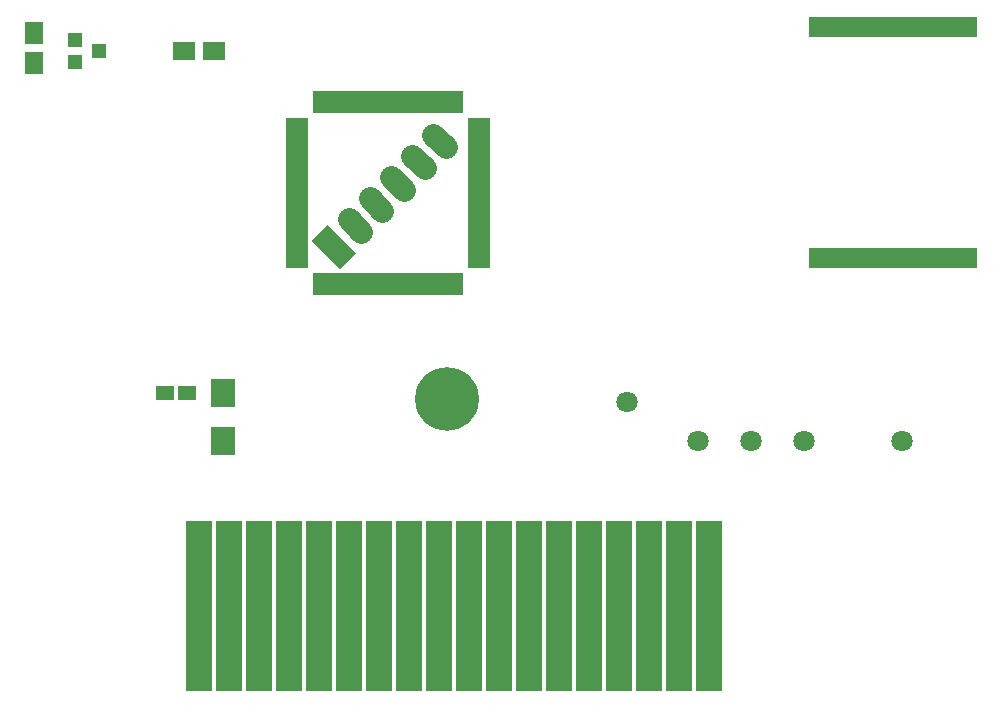
<source format=gts>
G04 #@! TF.FileFunction,Soldermask,Top*
%FSLAX46Y46*%
G04 Gerber Fmt 4.6, Leading zero omitted, Abs format (unit mm)*
G04 Created by KiCad (PCBNEW 4.0.7) date 02/07/19 17:37:47*
%MOMM*%
%LPD*%
G01*
G04 APERTURE LIST*
%ADD10C,0.100000*%
%ADD11C,1.800000*%
%ADD12R,0.669240X1.791920*%
%ADD13R,0.671780X1.791920*%
%ADD14R,1.600000X1.150000*%
%ADD15R,1.650000X1.900000*%
%ADD16R,1.900000X1.650000*%
%ADD17R,2.180000X14.400000*%
%ADD18C,1.910000*%
%ADD19R,2.100000X2.400000*%
%ADD20C,5.400000*%
%ADD21R,1.900000X0.700000*%
%ADD22R,0.700000X1.900000*%
%ADD23R,1.300000X1.200000*%
G04 APERTURE END LIST*
D10*
D11*
X180500000Y-114000000D03*
X157250000Y-110750000D03*
D12*
X173004080Y-79000000D03*
X173004080Y-98486880D03*
X173504460Y-79000000D03*
X173504460Y-98486880D03*
X174004840Y-79000000D03*
X174004840Y-98486880D03*
D13*
X174505220Y-79000000D03*
X174505220Y-98486880D03*
X175005600Y-79000000D03*
X175005600Y-98486880D03*
D12*
X175503440Y-79000000D03*
X175503440Y-98486880D03*
X176003820Y-79000000D03*
X176003820Y-98486880D03*
X176504200Y-79000000D03*
X176504200Y-98486880D03*
X177004580Y-79000000D03*
X177004580Y-98486880D03*
X177504960Y-79000000D03*
X177504960Y-98486880D03*
D13*
X178005340Y-79000000D03*
X178005340Y-98486880D03*
X178505720Y-79000000D03*
X178505720Y-98486880D03*
D12*
X179003560Y-79000000D03*
X179003560Y-98486880D03*
X179503940Y-79000000D03*
X179503940Y-98486880D03*
X180001780Y-79000000D03*
X180001780Y-98486880D03*
X180502160Y-79000000D03*
X180502160Y-98486880D03*
D13*
X181000000Y-79000000D03*
X181000000Y-98486880D03*
X181500380Y-79000000D03*
X181500380Y-98486880D03*
D12*
X182000760Y-79000000D03*
X182000760Y-98486880D03*
X182501140Y-79000000D03*
X182501140Y-98486880D03*
X183001520Y-79000000D03*
X183001520Y-98486880D03*
X183501900Y-79000000D03*
X183501900Y-98486880D03*
X184002280Y-79000000D03*
X184002280Y-98486880D03*
D13*
X184500120Y-79000000D03*
X184500120Y-98486880D03*
X185000500Y-79000000D03*
X185000500Y-98486880D03*
D12*
X185500880Y-79000000D03*
X185500880Y-98486880D03*
X186001260Y-79000000D03*
X186001260Y-98486880D03*
X186501640Y-79000000D03*
X186501640Y-98486880D03*
D14*
X120000000Y-110000000D03*
X118100000Y-110000000D03*
D15*
X107000000Y-82000000D03*
X107000000Y-79500000D03*
D16*
X119750000Y-81000000D03*
X122250000Y-81000000D03*
D17*
X164180000Y-128000000D03*
X161640000Y-128000000D03*
X159100000Y-128000000D03*
X156560000Y-128000000D03*
X154020000Y-128000000D03*
X151480000Y-128000000D03*
X148940000Y-128000000D03*
X146400000Y-128000000D03*
X143860000Y-128000000D03*
X141320000Y-128000000D03*
X138780000Y-128000000D03*
X136240000Y-128000000D03*
X133700000Y-128000000D03*
X131160000Y-128000000D03*
X128620000Y-128000000D03*
X126080000Y-128000000D03*
X123540000Y-128000000D03*
X121000000Y-128000000D03*
D10*
G36*
X132938228Y-99473006D02*
X130526994Y-97061772D01*
X131877568Y-95711198D01*
X134288802Y-98122432D01*
X132938228Y-99473006D01*
X132938228Y-99473006D01*
G37*
D18*
X133673619Y-95265721D02*
X134734279Y-96326381D01*
X135469670Y-93469670D02*
X136530330Y-94530330D01*
X137265722Y-91673618D02*
X138326382Y-92734278D01*
X139061773Y-89877567D02*
X140122433Y-90938227D01*
X140857824Y-88081516D02*
X141918484Y-89142176D01*
D19*
X123000000Y-114000000D03*
X123000000Y-110000000D03*
D20*
X142000000Y-110500000D03*
D21*
X129300000Y-87000000D03*
X129300000Y-87500000D03*
X129300000Y-88000000D03*
X129300000Y-88500000D03*
X129300000Y-89000000D03*
X129300000Y-89500000D03*
X129300000Y-90000000D03*
X129300000Y-90500000D03*
X129300000Y-91000000D03*
X129300000Y-91500000D03*
X129300000Y-92000000D03*
X129300000Y-92500000D03*
X129300000Y-93000000D03*
X129300000Y-93500000D03*
X129300000Y-94000000D03*
X129300000Y-94500000D03*
X129300000Y-95000000D03*
X129300000Y-95500000D03*
X129300000Y-96000000D03*
X129300000Y-96500000D03*
X129300000Y-97000000D03*
X129300000Y-97500000D03*
X129300000Y-98000000D03*
X129300000Y-98500000D03*
X129300000Y-99000000D03*
D22*
X131000000Y-100700000D03*
X131500000Y-100700000D03*
X132000000Y-100700000D03*
X132500000Y-100700000D03*
X133000000Y-100700000D03*
X133500000Y-100700000D03*
X134000000Y-100700000D03*
X134500000Y-100700000D03*
X135000000Y-100700000D03*
X135500000Y-100700000D03*
X136000000Y-100700000D03*
X136500000Y-100700000D03*
X137000000Y-100700000D03*
X137500000Y-100700000D03*
X138000000Y-100700000D03*
X138500000Y-100700000D03*
X139000000Y-100700000D03*
X139500000Y-100700000D03*
X140000000Y-100700000D03*
X140500000Y-100700000D03*
X141000000Y-100700000D03*
X141500000Y-100700000D03*
X142000000Y-100700000D03*
X142500000Y-100700000D03*
X143000000Y-100700000D03*
D21*
X144700000Y-99000000D03*
X144700000Y-98500000D03*
X144700000Y-98000000D03*
X144700000Y-97500000D03*
X144700000Y-97000000D03*
X144700000Y-96500000D03*
X144700000Y-96000000D03*
X144700000Y-95500000D03*
X144700000Y-95000000D03*
X144700000Y-94500000D03*
X144700000Y-94000000D03*
X144700000Y-93500000D03*
X144700000Y-93000000D03*
X144700000Y-92500000D03*
X144700000Y-92000000D03*
X144700000Y-91500000D03*
X144700000Y-91000000D03*
X144700000Y-90500000D03*
X144700000Y-90000000D03*
X144700000Y-89500000D03*
X144700000Y-89000000D03*
X144700000Y-88500000D03*
X144700000Y-88000000D03*
X144700000Y-87500000D03*
X144700000Y-87000000D03*
D22*
X143000000Y-85300000D03*
X142500000Y-85300000D03*
X142000000Y-85300000D03*
X141500000Y-85300000D03*
X141000000Y-85300000D03*
X140500000Y-85300000D03*
X140000000Y-85300000D03*
X139500000Y-85300000D03*
X139000000Y-85300000D03*
X138500000Y-85300000D03*
X138000000Y-85300000D03*
X137500000Y-85300000D03*
X137000000Y-85300000D03*
X136500000Y-85300000D03*
X136000000Y-85300000D03*
X135500000Y-85300000D03*
X135000000Y-85300000D03*
X134500000Y-85300000D03*
X134000000Y-85300000D03*
X133500000Y-85300000D03*
X133000000Y-85300000D03*
X132500000Y-85300000D03*
X132000000Y-85300000D03*
X131500000Y-85300000D03*
X131000000Y-85300000D03*
D11*
X167750000Y-114000000D03*
X172250000Y-114000000D03*
X163250000Y-114000000D03*
D23*
X110500000Y-80050000D03*
X110500000Y-81950000D03*
X112500000Y-81000000D03*
M02*

</source>
